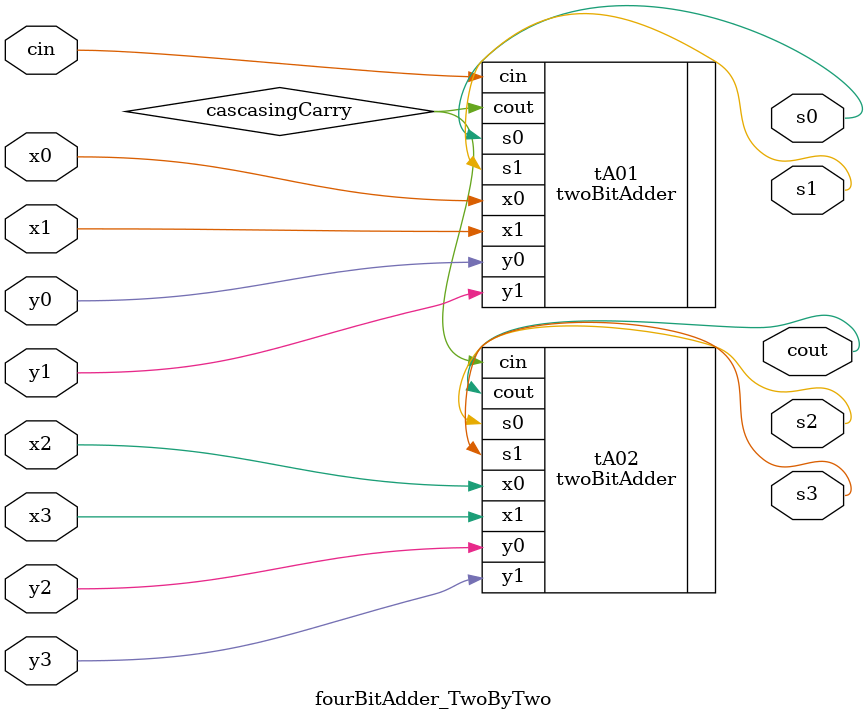
<source format=v>

module fourBitAdder_TwoByTwo(x3, x2, x1, x0, y3, y2, y1, y0, cin, s3, s2, s1, s0, cout); 

	input wire x3, x2, x1, x0, y3, y2, y1, y0, cin; 
	output wire s3, s2, s1, s0, cout; 

	wire cascadingCarry;

	twoBitAdder tA01(.x1(x1),  
			 .x0(x0),
			 .y1(y1),
			 .y0(y0),
			 .cin(cin),
			 .s1(s1),
			 .s0(s0),
			 .cout(cascasingCarry)); 

	twoBitAdder tA02(.x1(x3),  
			 .x0(x2),
			 .y1(y3),
			 .y0(y2),
			 .cin(cascasingCarry),
			 .s1(s3),
			 .s0(s2),
			 .cout(cout)); 

endmodule
</source>
